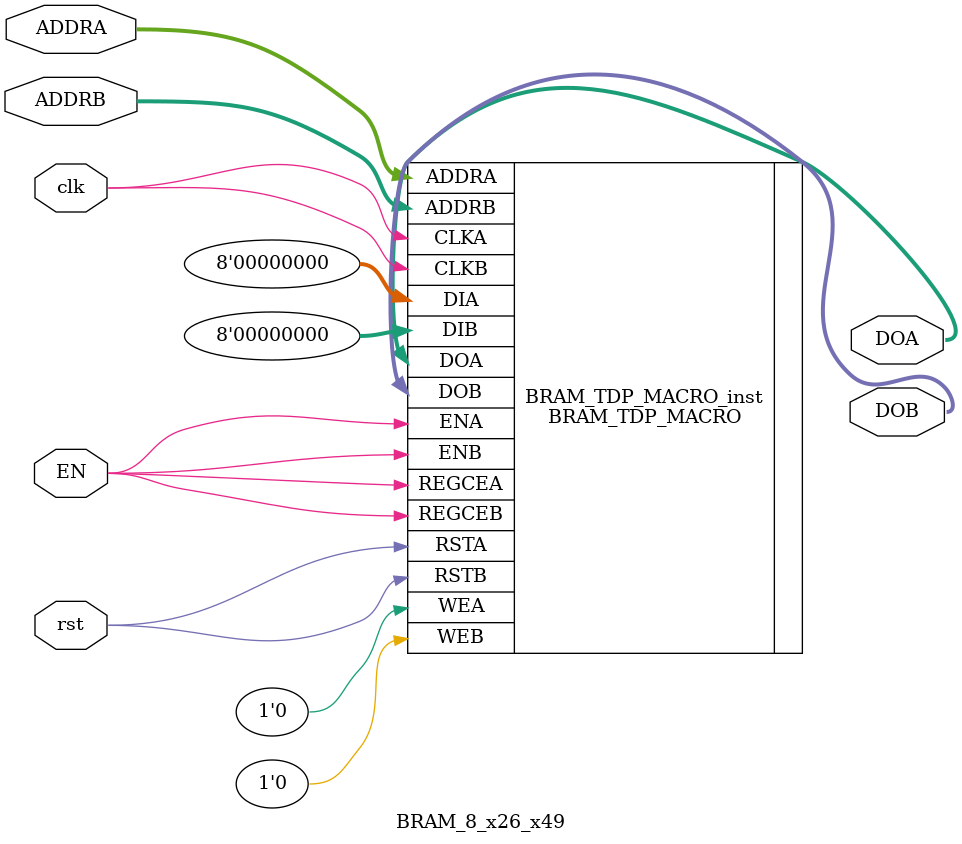
<source format=v>

module BRAM_8_x26_x49(
    input [9:0] ADDRA,
    input [9:0] ADDRB,
    input clk,
    input rst, input EN,
    output [7:0] DOA,
    output [7:0] DOB
    );



// Spartan-6
// Xilinx HDL Libraries Guide, version 14.7
//////////////////////////////////////////////////////////////////////////
// DATA_WIDTH_A/B | BRAM_SIZE | RAM Depth | ADDRA/B Width | WEA/B Width //
// ===============|===========|===========|===============|=============//
// 19-36 | "18Kb" | 512 | 9-bit | 4-bit //
// 10-18 | "18Kb" | 1024 | 10-bit | 2-bit //
// 10-18 | "9Kb" | 512 | 9-bit | 2-bit //
// 5-9 | "18Kb" | 2048 | 11-bit | 1-bit //
// 5-9 | "9Kb" | 1024 | 10-bit | 1-bit //
// 3-4 | "18Kb" | 4096 | 12-bit | 1-bit //
// 3-4 | "9Kb" | 2048 | 11-bit | 1-bit //
// 2 | "18Kb" | 8192 | 13-bit | 1-bit //
// 2 | "9Kb" | 4096 | 12-bit | 1-bit //
// 1 | "18Kb" | 16384 | 14-bit | 1-bit //
// 1 | "9Kb" | 8192 | 12-bit | 1-bit //
//////////////////////////////////////////////////////////////////////////
BRAM_TDP_MACRO #(
	.BRAM_SIZE("9Kb"), // Target BRAM: "9Kb" or "18Kb"
	.DEVICE("SPARTAN6"), // Target device: "VIRTEX5", "VIRTEX6", "SPARTAN6"
	.DOA_REG(1), // Optional port A output register (0 or 1)
	.DOB_REG(1), // Optional port B output register (0 or 1)
	.INIT_A(36'h0123), // Initial values on port A output port
	.INIT_B(36'h3210), // Initial values on port B output port
	.INIT_FILE ("NONE"),
	.READ_WIDTH_A (8), // Valid values are 1-36
	.READ_WIDTH_B (8), // Valid values are 1-36
	.SIM_COLLISION_CHECK ("NONE"), // Collision check enable "ALL", "WARNING_ONLY",
	// "GENERATE_X_ONLY" or "NONE"
	.SRVAL_A(36'h00000000), // Set/Reset value for port A output
	.SRVAL_B(36'h00000000), // Set/Reset value for port B output
	.WRITE_MODE_A("WRITE_FIRST"), // "WRITE_FIRST", "READ_FIRST", or "NO_CHANGE"
	.WRITE_MODE_B("WRITE_FIRST"), // "WRITE_FIRST", "READ_FIRST", or "NO_CHANGE"
	.WRITE_WIDTH_A(8), // Valid values are 1-36
	.WRITE_WIDTH_B(8), // Valid values are 1-36
	
.INIT_00(256'h095BAC0045002900165E85005F00000059050000CE0000006F000000FD000000),
.INIT_01(256'hD7AEB5007FF5D400D9476100741900009EE91900EDECFD00B900E400CF000000),
.INIT_02(256'h03FFE000EB0065001CFAC900F1004C001FA100002C00000029A400001F000000),
.INIT_03(256'hECDDC7D8B270F48A16C0E72C4D68D47E97E459A61217EFF444F95052C40FE600),
.INIT_04(256'h51255CF8B31A779C34984F00B7C600005B216C646240C2008B00CA00D3000000),
.INIT_05(256'h4C13863B4A2C495FFB81AB009CDF00005F0EB6A7826FFCC35D002E00E1000000),
.INIT_06(256'h1EDC3ACA584711AE49531B006EA9540058D84656C51DE832BACBD200466F1800),
.INIT_07(256'h2629CAC5D6E057F3577D2138C6D5D86A074AC8272CDDD011C38296468974EA14),
.INIT_08(256'hF2A057FBBEFBD2FBEDA57EFBA4FBFBFBA2FEFBFB35FBFBFB94FBFBFB06FBFBFB),
.INIT_09(256'h2C554EFB840E2FFB22BC9AFB8FE2FBFB6512E2FB161706FB42FB1FFB34FBFBFB),
.INIT_0A(256'hF8041BFB10FB9EFBE70132FB0AFBB7FBE45AFBFBD7FBFBFBD25FFBFBE4FBFBFB),
.INIT_0B(256'h17263C23498B0F71ED3B1CD7B6932F856C1FA25DE9EC140FBF02ABA93FF41DFB),
.INIT_0C(256'hAADEA70348E18C67CF63B4FB4C3DFBFBA0DA979F99BB39FB70FB31FB28FBFBFB),
.INIT_0D(256'hB7E87DC0B1D7B2A4007A50FB6724FBFBA4F54D5C79940738A6FBD5FB1AFBFBFB),
.INIT_0E(256'hE527C131A3BCEA55B2A8E0FB9552AFFBA323BDAD3EE613C9413029FBBD94E3FB),
.INIT_0F(256'hDDD2313E2D1BAC08AC86DAC33D2E2391FCB133DCD7262BEA38796DBD728F11EF),
.INIT_10(256'h00EA1900E5000800F7A0110058000000564A000002000000A9000000B7000000),
.INIT_11(256'h7DAC30009A4623007E391300D3990000B2952900E4DF2B00B9000200A5000000),
.INIT_12(256'hC06E8400A100950037248C001C009D000BCE0000DB000000F48400006E000000),
.INIT_13(256'hF19ECE99A2C0EDA97C8563176591402784806DBE667E5F8E019BC830A92FFA00),
.INIT_14(256'hD0EE6B429A25D56339049F0018A4000041891121BAE2BE00C3008E0053000000),
.INIT_15(256'hB6B35959FE78E578B09D9D00933D0000BE4D233A47268E1BD3008C0041000000),
.INIT_16(256'h278E7F18E9C1C139943ED100311A4E002BE9987B5406375AF33A5D00E7BED300),
.INIT_17(256'h5F377CC8A348F0D98DCD6C451AD9C175EDEEBC8CA031219D5477C76272C37B52),
.INIT_18(256'hFB11E2FB1EFBF3FB0C5BEAFBA3FBFBFBADB1FBFBF9FBFBFB52FBFBFB4CFBFBFB),
.INIT_19(256'h8657CBFB61BDD8FB85C2E8FB2862FBFB496ED2FB1F24D0FB42FBF9FB5EFBFBFB),
.INIT_1A(256'h3B957FFB5AFB6EFBCCDF77FBE7FB66FBF035FBFB20FBFBFB0F7FFBFB95FBFBFB),
.INIT_1B(256'h0A653562593B1652877E98EC9E6ABBDC7F7B96459D85A475FA6033CB52D401FB),
.INIT_1C(256'h2B1590B961DE2E98C2FF64FBE35FFBFBBA72EADA411945FB38FB75FBA8FBFBFB),
.INIT_1D(256'h4D48A2A205831E834B6666FB68C6FBFB45B6D8C1BCDD75E028FB77FBBAFBFBFB),
.INIT_1E(256'hDC7584E3123A3AC26FC52AFBCAE1B5FBD0126380AFFDCCA108C1A6FB1C4528FB),
.INIT_1F(256'hA4CC873358B30B22763697BEE1223A8E161547775BCADA66AF8C3C99893880A9),



	
	//===============================================================================
	
	.INIT_20(256'h0000000000000000000000000000000000000000000000000000000000000000),
	.INIT_21(256'h0000000000000000000000000000000000000000000000000000000000000000),
	.INIT_22(256'h0000000000000000000000000000000000000000000000000000000000000000),
	.INIT_23(256'h0000000000000000000000000000000000000000000000000000000000000000),
	.INIT_24(256'h0000000000000000000000000000000000000000000000000000000000000000),
	.INIT_25(256'h0000000000000000000000000000000000000000000000000000000000000000),
	.INIT_26(256'h0000000000000000000000000000000000000000000000000000000000000000),
	.INIT_27(256'h0000000000000000000000000000000000000000000000000000000000000000),
	.INIT_28(256'h0000000000000000000000000000000000000000000000000000000000000000),
	.INIT_29(256'h0000000000000000000000000000000000000000000000000000000000000000),
	.INIT_2A(256'h0000000000000000000000000000000000000000000000000000000000000000),
	.INIT_2B(256'h0000000000000000000000000000000000000000000000000000000000000000),
	.INIT_2C(256'h0000000000000000000000000000000000000000000000000000000000000000),
	.INIT_2D(256'h0000000000000000000000000000000000000000000000000000000000000000),
	.INIT_2E(256'h0000000000000000000000000000000000000000000000000000000000000000),
	.INIT_2F(256'h0000000000000000000000000000000000000000000000000000000000000000),
	.INIT_30(256'h0000000000000000000000000000000000000000000000000000000000000000),
	.INIT_31(256'h0000000000000000000000000000000000000000000000000000000000000000),
	.INIT_32(256'h0000000000000000000000000000000000000000000000000000000000000000),
	.INIT_33(256'h0000000000000000000000000000000000000000000000000000000000000000),
	.INIT_34(256'h0000000000000000000000000000000000000000000000000000000000000000),
	.INIT_35(256'h0000000000000000000000000000000000000000000000000000000000000000),
	.INIT_36(256'h0000000000000000000000000000000000000000000000000000000000000000),
	.INIT_37(256'h0000000000000000000000000000000000000000000000000000000000000000),
	.INIT_38(256'h0000000000000000000000000000000000000000000000000000000000000000),
	.INIT_39(256'h0000000000000000000000000000000000000000000000000000000000000000),
	.INIT_3A(256'h0000000000000000000000000000000000000000000000000000000000000000),
	.INIT_3B(256'h0000000000000000000000000000000000000000000000000000000000000000),
	.INIT_3C(256'h0000000000000000000000000000000000000000000000000000000000000000),
	.INIT_3D(256'h0000000000000000000000000000000000000000000000000000000000000000),
	.INIT_3E(256'h0000000000000000000000000000000000000000000000000000000000000000),
	.INIT_3F(256'h0000000000000000000000000000000000000000000000000000000000000000),


	// The next set of INITP_xx are for the parity bits
	.INITP_00(256'h0000000000000000000000000000000000000000000000000000000000000000),
	.INITP_01(256'h0000000000000000000000000000000000000000000000000000000000000000),
	.INITP_02(256'h0000000000000000000000000000000000000000000000000000000000000000),
	.INITP_03(256'h0000000000000000000000000000000000000000000000000000000000000000),
	// The next set of INITP_xx are for "18Kb" configuration only
	.INITP_04(256'h0000000000000000000000000000000000000000000000000000000000000000),
	.INITP_05(256'h0000000000000000000000000000000000000000000000000000000000000000),
	.INITP_06(256'h0000000000000000000000000000000000000000000000000000000000000000),
	.INITP_07(256'h0000000000000000000000000000000000000000000000000000000000000000)
) BRAM_TDP_MACRO_inst (
	.DOA(DOA), // Output port-A data, width defined by READ_WIDTH_A parameter
	.DOB(DOB), // Output port-B data, width defined by READ_WIDTH_B parameter
	.ADDRA(ADDRA), // Input port-A address, width defined by Port A depth
	.ADDRB(ADDRB), // Input port-B address, width defined by Port B depth
	.CLKA(clk), // 1-bit input port-A clock
	.CLKB(clk), // 1-bit input port-B clock
		.DIA(8'h0), // Input port-A data, width defined by WRITE_WIDTH_A parameter
	.DIB(8'h0), // Input port-B data, width defined by WRITE_WIDTH_B parameter
	.ENA(EN), // 1-bit input port-A enable
	.ENB(EN), // 1-bit input port-B enable
	.REGCEA(EN), // 1-bit input port-A output register enable
	.REGCEB(EN), // 1-bit input port-B output register enable
	.RSTA(rst), // 1-bit input port-A reset
	.RSTB(rst), // 1-bit input port-B reset
	.WEA(1'b0), // Input port-A write enable, width defined by Port A depth
	.WEB(1'b0) // Input port-B write enable, width defined by Port B depth
);
// End of BRAM_TDP_MACRO_inst instantiation
endmodule

</source>
